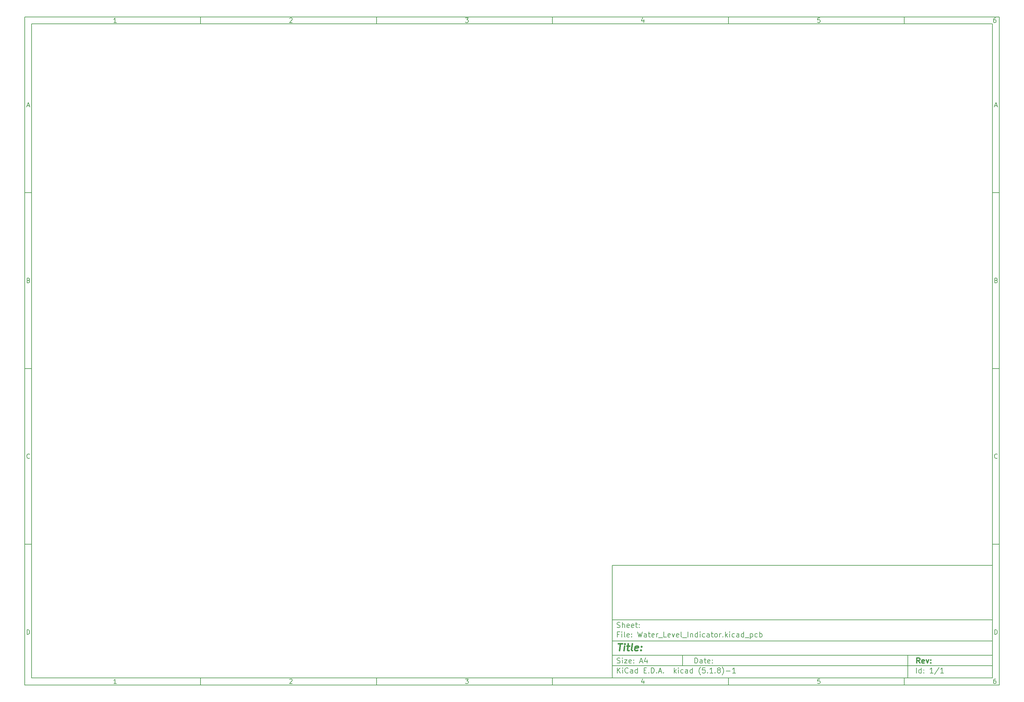
<source format=gtp>
%TF.GenerationSoftware,KiCad,Pcbnew,(5.1.8)-1*%
%TF.CreationDate,2021-07-18T21:15:28-07:00*%
%TF.ProjectId,Water_Level_Indicator,57617465-725f-44c6-9576-656c5f496e64,rev?*%
%TF.SameCoordinates,Original*%
%TF.FileFunction,Paste,Top*%
%TF.FilePolarity,Positive*%
%FSLAX46Y46*%
G04 Gerber Fmt 4.6, Leading zero omitted, Abs format (unit mm)*
G04 Created by KiCad (PCBNEW (5.1.8)-1) date 2021-07-18 21:15:28*
%MOMM*%
%LPD*%
G01*
G04 APERTURE LIST*
%ADD10C,0.100000*%
%ADD11C,0.150000*%
%ADD12C,0.300000*%
%ADD13C,0.400000*%
G04 APERTURE END LIST*
D10*
D11*
X177002200Y-166007200D02*
X177002200Y-198007200D01*
X285002200Y-198007200D01*
X285002200Y-166007200D01*
X177002200Y-166007200D01*
D10*
D11*
X10000000Y-10000000D02*
X10000000Y-200007200D01*
X287002200Y-200007200D01*
X287002200Y-10000000D01*
X10000000Y-10000000D01*
D10*
D11*
X12000000Y-12000000D02*
X12000000Y-198007200D01*
X285002200Y-198007200D01*
X285002200Y-12000000D01*
X12000000Y-12000000D01*
D10*
D11*
X60000000Y-12000000D02*
X60000000Y-10000000D01*
D10*
D11*
X110000000Y-12000000D02*
X110000000Y-10000000D01*
D10*
D11*
X160000000Y-12000000D02*
X160000000Y-10000000D01*
D10*
D11*
X210000000Y-12000000D02*
X210000000Y-10000000D01*
D10*
D11*
X260000000Y-12000000D02*
X260000000Y-10000000D01*
D10*
D11*
X36065476Y-11588095D02*
X35322619Y-11588095D01*
X35694047Y-11588095D02*
X35694047Y-10288095D01*
X35570238Y-10473809D01*
X35446428Y-10597619D01*
X35322619Y-10659523D01*
D10*
D11*
X85322619Y-10411904D02*
X85384523Y-10350000D01*
X85508333Y-10288095D01*
X85817857Y-10288095D01*
X85941666Y-10350000D01*
X86003571Y-10411904D01*
X86065476Y-10535714D01*
X86065476Y-10659523D01*
X86003571Y-10845238D01*
X85260714Y-11588095D01*
X86065476Y-11588095D01*
D10*
D11*
X135260714Y-10288095D02*
X136065476Y-10288095D01*
X135632142Y-10783333D01*
X135817857Y-10783333D01*
X135941666Y-10845238D01*
X136003571Y-10907142D01*
X136065476Y-11030952D01*
X136065476Y-11340476D01*
X136003571Y-11464285D01*
X135941666Y-11526190D01*
X135817857Y-11588095D01*
X135446428Y-11588095D01*
X135322619Y-11526190D01*
X135260714Y-11464285D01*
D10*
D11*
X185941666Y-10721428D02*
X185941666Y-11588095D01*
X185632142Y-10226190D02*
X185322619Y-11154761D01*
X186127380Y-11154761D01*
D10*
D11*
X236003571Y-10288095D02*
X235384523Y-10288095D01*
X235322619Y-10907142D01*
X235384523Y-10845238D01*
X235508333Y-10783333D01*
X235817857Y-10783333D01*
X235941666Y-10845238D01*
X236003571Y-10907142D01*
X236065476Y-11030952D01*
X236065476Y-11340476D01*
X236003571Y-11464285D01*
X235941666Y-11526190D01*
X235817857Y-11588095D01*
X235508333Y-11588095D01*
X235384523Y-11526190D01*
X235322619Y-11464285D01*
D10*
D11*
X285941666Y-10288095D02*
X285694047Y-10288095D01*
X285570238Y-10350000D01*
X285508333Y-10411904D01*
X285384523Y-10597619D01*
X285322619Y-10845238D01*
X285322619Y-11340476D01*
X285384523Y-11464285D01*
X285446428Y-11526190D01*
X285570238Y-11588095D01*
X285817857Y-11588095D01*
X285941666Y-11526190D01*
X286003571Y-11464285D01*
X286065476Y-11340476D01*
X286065476Y-11030952D01*
X286003571Y-10907142D01*
X285941666Y-10845238D01*
X285817857Y-10783333D01*
X285570238Y-10783333D01*
X285446428Y-10845238D01*
X285384523Y-10907142D01*
X285322619Y-11030952D01*
D10*
D11*
X60000000Y-198007200D02*
X60000000Y-200007200D01*
D10*
D11*
X110000000Y-198007200D02*
X110000000Y-200007200D01*
D10*
D11*
X160000000Y-198007200D02*
X160000000Y-200007200D01*
D10*
D11*
X210000000Y-198007200D02*
X210000000Y-200007200D01*
D10*
D11*
X260000000Y-198007200D02*
X260000000Y-200007200D01*
D10*
D11*
X36065476Y-199595295D02*
X35322619Y-199595295D01*
X35694047Y-199595295D02*
X35694047Y-198295295D01*
X35570238Y-198481009D01*
X35446428Y-198604819D01*
X35322619Y-198666723D01*
D10*
D11*
X85322619Y-198419104D02*
X85384523Y-198357200D01*
X85508333Y-198295295D01*
X85817857Y-198295295D01*
X85941666Y-198357200D01*
X86003571Y-198419104D01*
X86065476Y-198542914D01*
X86065476Y-198666723D01*
X86003571Y-198852438D01*
X85260714Y-199595295D01*
X86065476Y-199595295D01*
D10*
D11*
X135260714Y-198295295D02*
X136065476Y-198295295D01*
X135632142Y-198790533D01*
X135817857Y-198790533D01*
X135941666Y-198852438D01*
X136003571Y-198914342D01*
X136065476Y-199038152D01*
X136065476Y-199347676D01*
X136003571Y-199471485D01*
X135941666Y-199533390D01*
X135817857Y-199595295D01*
X135446428Y-199595295D01*
X135322619Y-199533390D01*
X135260714Y-199471485D01*
D10*
D11*
X185941666Y-198728628D02*
X185941666Y-199595295D01*
X185632142Y-198233390D02*
X185322619Y-199161961D01*
X186127380Y-199161961D01*
D10*
D11*
X236003571Y-198295295D02*
X235384523Y-198295295D01*
X235322619Y-198914342D01*
X235384523Y-198852438D01*
X235508333Y-198790533D01*
X235817857Y-198790533D01*
X235941666Y-198852438D01*
X236003571Y-198914342D01*
X236065476Y-199038152D01*
X236065476Y-199347676D01*
X236003571Y-199471485D01*
X235941666Y-199533390D01*
X235817857Y-199595295D01*
X235508333Y-199595295D01*
X235384523Y-199533390D01*
X235322619Y-199471485D01*
D10*
D11*
X285941666Y-198295295D02*
X285694047Y-198295295D01*
X285570238Y-198357200D01*
X285508333Y-198419104D01*
X285384523Y-198604819D01*
X285322619Y-198852438D01*
X285322619Y-199347676D01*
X285384523Y-199471485D01*
X285446428Y-199533390D01*
X285570238Y-199595295D01*
X285817857Y-199595295D01*
X285941666Y-199533390D01*
X286003571Y-199471485D01*
X286065476Y-199347676D01*
X286065476Y-199038152D01*
X286003571Y-198914342D01*
X285941666Y-198852438D01*
X285817857Y-198790533D01*
X285570238Y-198790533D01*
X285446428Y-198852438D01*
X285384523Y-198914342D01*
X285322619Y-199038152D01*
D10*
D11*
X10000000Y-60000000D02*
X12000000Y-60000000D01*
D10*
D11*
X10000000Y-110000000D02*
X12000000Y-110000000D01*
D10*
D11*
X10000000Y-160000000D02*
X12000000Y-160000000D01*
D10*
D11*
X10690476Y-35216666D02*
X11309523Y-35216666D01*
X10566666Y-35588095D02*
X11000000Y-34288095D01*
X11433333Y-35588095D01*
D10*
D11*
X11092857Y-84907142D02*
X11278571Y-84969047D01*
X11340476Y-85030952D01*
X11402380Y-85154761D01*
X11402380Y-85340476D01*
X11340476Y-85464285D01*
X11278571Y-85526190D01*
X11154761Y-85588095D01*
X10659523Y-85588095D01*
X10659523Y-84288095D01*
X11092857Y-84288095D01*
X11216666Y-84350000D01*
X11278571Y-84411904D01*
X11340476Y-84535714D01*
X11340476Y-84659523D01*
X11278571Y-84783333D01*
X11216666Y-84845238D01*
X11092857Y-84907142D01*
X10659523Y-84907142D01*
D10*
D11*
X11402380Y-135464285D02*
X11340476Y-135526190D01*
X11154761Y-135588095D01*
X11030952Y-135588095D01*
X10845238Y-135526190D01*
X10721428Y-135402380D01*
X10659523Y-135278571D01*
X10597619Y-135030952D01*
X10597619Y-134845238D01*
X10659523Y-134597619D01*
X10721428Y-134473809D01*
X10845238Y-134350000D01*
X11030952Y-134288095D01*
X11154761Y-134288095D01*
X11340476Y-134350000D01*
X11402380Y-134411904D01*
D10*
D11*
X10659523Y-185588095D02*
X10659523Y-184288095D01*
X10969047Y-184288095D01*
X11154761Y-184350000D01*
X11278571Y-184473809D01*
X11340476Y-184597619D01*
X11402380Y-184845238D01*
X11402380Y-185030952D01*
X11340476Y-185278571D01*
X11278571Y-185402380D01*
X11154761Y-185526190D01*
X10969047Y-185588095D01*
X10659523Y-185588095D01*
D10*
D11*
X287002200Y-60000000D02*
X285002200Y-60000000D01*
D10*
D11*
X287002200Y-110000000D02*
X285002200Y-110000000D01*
D10*
D11*
X287002200Y-160000000D02*
X285002200Y-160000000D01*
D10*
D11*
X285692676Y-35216666D02*
X286311723Y-35216666D01*
X285568866Y-35588095D02*
X286002200Y-34288095D01*
X286435533Y-35588095D01*
D10*
D11*
X286095057Y-84907142D02*
X286280771Y-84969047D01*
X286342676Y-85030952D01*
X286404580Y-85154761D01*
X286404580Y-85340476D01*
X286342676Y-85464285D01*
X286280771Y-85526190D01*
X286156961Y-85588095D01*
X285661723Y-85588095D01*
X285661723Y-84288095D01*
X286095057Y-84288095D01*
X286218866Y-84350000D01*
X286280771Y-84411904D01*
X286342676Y-84535714D01*
X286342676Y-84659523D01*
X286280771Y-84783333D01*
X286218866Y-84845238D01*
X286095057Y-84907142D01*
X285661723Y-84907142D01*
D10*
D11*
X286404580Y-135464285D02*
X286342676Y-135526190D01*
X286156961Y-135588095D01*
X286033152Y-135588095D01*
X285847438Y-135526190D01*
X285723628Y-135402380D01*
X285661723Y-135278571D01*
X285599819Y-135030952D01*
X285599819Y-134845238D01*
X285661723Y-134597619D01*
X285723628Y-134473809D01*
X285847438Y-134350000D01*
X286033152Y-134288095D01*
X286156961Y-134288095D01*
X286342676Y-134350000D01*
X286404580Y-134411904D01*
D10*
D11*
X285661723Y-185588095D02*
X285661723Y-184288095D01*
X285971247Y-184288095D01*
X286156961Y-184350000D01*
X286280771Y-184473809D01*
X286342676Y-184597619D01*
X286404580Y-184845238D01*
X286404580Y-185030952D01*
X286342676Y-185278571D01*
X286280771Y-185402380D01*
X286156961Y-185526190D01*
X285971247Y-185588095D01*
X285661723Y-185588095D01*
D10*
D11*
X200434342Y-193785771D02*
X200434342Y-192285771D01*
X200791485Y-192285771D01*
X201005771Y-192357200D01*
X201148628Y-192500057D01*
X201220057Y-192642914D01*
X201291485Y-192928628D01*
X201291485Y-193142914D01*
X201220057Y-193428628D01*
X201148628Y-193571485D01*
X201005771Y-193714342D01*
X200791485Y-193785771D01*
X200434342Y-193785771D01*
X202577200Y-193785771D02*
X202577200Y-193000057D01*
X202505771Y-192857200D01*
X202362914Y-192785771D01*
X202077200Y-192785771D01*
X201934342Y-192857200D01*
X202577200Y-193714342D02*
X202434342Y-193785771D01*
X202077200Y-193785771D01*
X201934342Y-193714342D01*
X201862914Y-193571485D01*
X201862914Y-193428628D01*
X201934342Y-193285771D01*
X202077200Y-193214342D01*
X202434342Y-193214342D01*
X202577200Y-193142914D01*
X203077200Y-192785771D02*
X203648628Y-192785771D01*
X203291485Y-192285771D02*
X203291485Y-193571485D01*
X203362914Y-193714342D01*
X203505771Y-193785771D01*
X203648628Y-193785771D01*
X204720057Y-193714342D02*
X204577200Y-193785771D01*
X204291485Y-193785771D01*
X204148628Y-193714342D01*
X204077200Y-193571485D01*
X204077200Y-193000057D01*
X204148628Y-192857200D01*
X204291485Y-192785771D01*
X204577200Y-192785771D01*
X204720057Y-192857200D01*
X204791485Y-193000057D01*
X204791485Y-193142914D01*
X204077200Y-193285771D01*
X205434342Y-193642914D02*
X205505771Y-193714342D01*
X205434342Y-193785771D01*
X205362914Y-193714342D01*
X205434342Y-193642914D01*
X205434342Y-193785771D01*
X205434342Y-192857200D02*
X205505771Y-192928628D01*
X205434342Y-193000057D01*
X205362914Y-192928628D01*
X205434342Y-192857200D01*
X205434342Y-193000057D01*
D10*
D11*
X177002200Y-194507200D02*
X285002200Y-194507200D01*
D10*
D11*
X178434342Y-196585771D02*
X178434342Y-195085771D01*
X179291485Y-196585771D02*
X178648628Y-195728628D01*
X179291485Y-195085771D02*
X178434342Y-195942914D01*
X179934342Y-196585771D02*
X179934342Y-195585771D01*
X179934342Y-195085771D02*
X179862914Y-195157200D01*
X179934342Y-195228628D01*
X180005771Y-195157200D01*
X179934342Y-195085771D01*
X179934342Y-195228628D01*
X181505771Y-196442914D02*
X181434342Y-196514342D01*
X181220057Y-196585771D01*
X181077200Y-196585771D01*
X180862914Y-196514342D01*
X180720057Y-196371485D01*
X180648628Y-196228628D01*
X180577200Y-195942914D01*
X180577200Y-195728628D01*
X180648628Y-195442914D01*
X180720057Y-195300057D01*
X180862914Y-195157200D01*
X181077200Y-195085771D01*
X181220057Y-195085771D01*
X181434342Y-195157200D01*
X181505771Y-195228628D01*
X182791485Y-196585771D02*
X182791485Y-195800057D01*
X182720057Y-195657200D01*
X182577200Y-195585771D01*
X182291485Y-195585771D01*
X182148628Y-195657200D01*
X182791485Y-196514342D02*
X182648628Y-196585771D01*
X182291485Y-196585771D01*
X182148628Y-196514342D01*
X182077200Y-196371485D01*
X182077200Y-196228628D01*
X182148628Y-196085771D01*
X182291485Y-196014342D01*
X182648628Y-196014342D01*
X182791485Y-195942914D01*
X184148628Y-196585771D02*
X184148628Y-195085771D01*
X184148628Y-196514342D02*
X184005771Y-196585771D01*
X183720057Y-196585771D01*
X183577200Y-196514342D01*
X183505771Y-196442914D01*
X183434342Y-196300057D01*
X183434342Y-195871485D01*
X183505771Y-195728628D01*
X183577200Y-195657200D01*
X183720057Y-195585771D01*
X184005771Y-195585771D01*
X184148628Y-195657200D01*
X186005771Y-195800057D02*
X186505771Y-195800057D01*
X186720057Y-196585771D02*
X186005771Y-196585771D01*
X186005771Y-195085771D01*
X186720057Y-195085771D01*
X187362914Y-196442914D02*
X187434342Y-196514342D01*
X187362914Y-196585771D01*
X187291485Y-196514342D01*
X187362914Y-196442914D01*
X187362914Y-196585771D01*
X188077200Y-196585771D02*
X188077200Y-195085771D01*
X188434342Y-195085771D01*
X188648628Y-195157200D01*
X188791485Y-195300057D01*
X188862914Y-195442914D01*
X188934342Y-195728628D01*
X188934342Y-195942914D01*
X188862914Y-196228628D01*
X188791485Y-196371485D01*
X188648628Y-196514342D01*
X188434342Y-196585771D01*
X188077200Y-196585771D01*
X189577200Y-196442914D02*
X189648628Y-196514342D01*
X189577200Y-196585771D01*
X189505771Y-196514342D01*
X189577200Y-196442914D01*
X189577200Y-196585771D01*
X190220057Y-196157200D02*
X190934342Y-196157200D01*
X190077200Y-196585771D02*
X190577200Y-195085771D01*
X191077200Y-196585771D01*
X191577200Y-196442914D02*
X191648628Y-196514342D01*
X191577200Y-196585771D01*
X191505771Y-196514342D01*
X191577200Y-196442914D01*
X191577200Y-196585771D01*
X194577200Y-196585771D02*
X194577200Y-195085771D01*
X194720057Y-196014342D02*
X195148628Y-196585771D01*
X195148628Y-195585771D02*
X194577200Y-196157200D01*
X195791485Y-196585771D02*
X195791485Y-195585771D01*
X195791485Y-195085771D02*
X195720057Y-195157200D01*
X195791485Y-195228628D01*
X195862914Y-195157200D01*
X195791485Y-195085771D01*
X195791485Y-195228628D01*
X197148628Y-196514342D02*
X197005771Y-196585771D01*
X196720057Y-196585771D01*
X196577200Y-196514342D01*
X196505771Y-196442914D01*
X196434342Y-196300057D01*
X196434342Y-195871485D01*
X196505771Y-195728628D01*
X196577200Y-195657200D01*
X196720057Y-195585771D01*
X197005771Y-195585771D01*
X197148628Y-195657200D01*
X198434342Y-196585771D02*
X198434342Y-195800057D01*
X198362914Y-195657200D01*
X198220057Y-195585771D01*
X197934342Y-195585771D01*
X197791485Y-195657200D01*
X198434342Y-196514342D02*
X198291485Y-196585771D01*
X197934342Y-196585771D01*
X197791485Y-196514342D01*
X197720057Y-196371485D01*
X197720057Y-196228628D01*
X197791485Y-196085771D01*
X197934342Y-196014342D01*
X198291485Y-196014342D01*
X198434342Y-195942914D01*
X199791485Y-196585771D02*
X199791485Y-195085771D01*
X199791485Y-196514342D02*
X199648628Y-196585771D01*
X199362914Y-196585771D01*
X199220057Y-196514342D01*
X199148628Y-196442914D01*
X199077200Y-196300057D01*
X199077200Y-195871485D01*
X199148628Y-195728628D01*
X199220057Y-195657200D01*
X199362914Y-195585771D01*
X199648628Y-195585771D01*
X199791485Y-195657200D01*
X202077200Y-197157200D02*
X202005771Y-197085771D01*
X201862914Y-196871485D01*
X201791485Y-196728628D01*
X201720057Y-196514342D01*
X201648628Y-196157200D01*
X201648628Y-195871485D01*
X201720057Y-195514342D01*
X201791485Y-195300057D01*
X201862914Y-195157200D01*
X202005771Y-194942914D01*
X202077200Y-194871485D01*
X203362914Y-195085771D02*
X202648628Y-195085771D01*
X202577200Y-195800057D01*
X202648628Y-195728628D01*
X202791485Y-195657200D01*
X203148628Y-195657200D01*
X203291485Y-195728628D01*
X203362914Y-195800057D01*
X203434342Y-195942914D01*
X203434342Y-196300057D01*
X203362914Y-196442914D01*
X203291485Y-196514342D01*
X203148628Y-196585771D01*
X202791485Y-196585771D01*
X202648628Y-196514342D01*
X202577200Y-196442914D01*
X204077200Y-196442914D02*
X204148628Y-196514342D01*
X204077200Y-196585771D01*
X204005771Y-196514342D01*
X204077200Y-196442914D01*
X204077200Y-196585771D01*
X205577200Y-196585771D02*
X204720057Y-196585771D01*
X205148628Y-196585771D02*
X205148628Y-195085771D01*
X205005771Y-195300057D01*
X204862914Y-195442914D01*
X204720057Y-195514342D01*
X206220057Y-196442914D02*
X206291485Y-196514342D01*
X206220057Y-196585771D01*
X206148628Y-196514342D01*
X206220057Y-196442914D01*
X206220057Y-196585771D01*
X207148628Y-195728628D02*
X207005771Y-195657200D01*
X206934342Y-195585771D01*
X206862914Y-195442914D01*
X206862914Y-195371485D01*
X206934342Y-195228628D01*
X207005771Y-195157200D01*
X207148628Y-195085771D01*
X207434342Y-195085771D01*
X207577200Y-195157200D01*
X207648628Y-195228628D01*
X207720057Y-195371485D01*
X207720057Y-195442914D01*
X207648628Y-195585771D01*
X207577200Y-195657200D01*
X207434342Y-195728628D01*
X207148628Y-195728628D01*
X207005771Y-195800057D01*
X206934342Y-195871485D01*
X206862914Y-196014342D01*
X206862914Y-196300057D01*
X206934342Y-196442914D01*
X207005771Y-196514342D01*
X207148628Y-196585771D01*
X207434342Y-196585771D01*
X207577200Y-196514342D01*
X207648628Y-196442914D01*
X207720057Y-196300057D01*
X207720057Y-196014342D01*
X207648628Y-195871485D01*
X207577200Y-195800057D01*
X207434342Y-195728628D01*
X208220057Y-197157200D02*
X208291485Y-197085771D01*
X208434342Y-196871485D01*
X208505771Y-196728628D01*
X208577200Y-196514342D01*
X208648628Y-196157200D01*
X208648628Y-195871485D01*
X208577200Y-195514342D01*
X208505771Y-195300057D01*
X208434342Y-195157200D01*
X208291485Y-194942914D01*
X208220057Y-194871485D01*
X209362914Y-196014342D02*
X210505771Y-196014342D01*
X212005771Y-196585771D02*
X211148628Y-196585771D01*
X211577200Y-196585771D02*
X211577200Y-195085771D01*
X211434342Y-195300057D01*
X211291485Y-195442914D01*
X211148628Y-195514342D01*
D10*
D11*
X177002200Y-191507200D02*
X285002200Y-191507200D01*
D10*
D12*
X264411485Y-193785771D02*
X263911485Y-193071485D01*
X263554342Y-193785771D02*
X263554342Y-192285771D01*
X264125771Y-192285771D01*
X264268628Y-192357200D01*
X264340057Y-192428628D01*
X264411485Y-192571485D01*
X264411485Y-192785771D01*
X264340057Y-192928628D01*
X264268628Y-193000057D01*
X264125771Y-193071485D01*
X263554342Y-193071485D01*
X265625771Y-193714342D02*
X265482914Y-193785771D01*
X265197200Y-193785771D01*
X265054342Y-193714342D01*
X264982914Y-193571485D01*
X264982914Y-193000057D01*
X265054342Y-192857200D01*
X265197200Y-192785771D01*
X265482914Y-192785771D01*
X265625771Y-192857200D01*
X265697200Y-193000057D01*
X265697200Y-193142914D01*
X264982914Y-193285771D01*
X266197200Y-192785771D02*
X266554342Y-193785771D01*
X266911485Y-192785771D01*
X267482914Y-193642914D02*
X267554342Y-193714342D01*
X267482914Y-193785771D01*
X267411485Y-193714342D01*
X267482914Y-193642914D01*
X267482914Y-193785771D01*
X267482914Y-192857200D02*
X267554342Y-192928628D01*
X267482914Y-193000057D01*
X267411485Y-192928628D01*
X267482914Y-192857200D01*
X267482914Y-193000057D01*
D10*
D11*
X178362914Y-193714342D02*
X178577200Y-193785771D01*
X178934342Y-193785771D01*
X179077200Y-193714342D01*
X179148628Y-193642914D01*
X179220057Y-193500057D01*
X179220057Y-193357200D01*
X179148628Y-193214342D01*
X179077200Y-193142914D01*
X178934342Y-193071485D01*
X178648628Y-193000057D01*
X178505771Y-192928628D01*
X178434342Y-192857200D01*
X178362914Y-192714342D01*
X178362914Y-192571485D01*
X178434342Y-192428628D01*
X178505771Y-192357200D01*
X178648628Y-192285771D01*
X179005771Y-192285771D01*
X179220057Y-192357200D01*
X179862914Y-193785771D02*
X179862914Y-192785771D01*
X179862914Y-192285771D02*
X179791485Y-192357200D01*
X179862914Y-192428628D01*
X179934342Y-192357200D01*
X179862914Y-192285771D01*
X179862914Y-192428628D01*
X180434342Y-192785771D02*
X181220057Y-192785771D01*
X180434342Y-193785771D01*
X181220057Y-193785771D01*
X182362914Y-193714342D02*
X182220057Y-193785771D01*
X181934342Y-193785771D01*
X181791485Y-193714342D01*
X181720057Y-193571485D01*
X181720057Y-193000057D01*
X181791485Y-192857200D01*
X181934342Y-192785771D01*
X182220057Y-192785771D01*
X182362914Y-192857200D01*
X182434342Y-193000057D01*
X182434342Y-193142914D01*
X181720057Y-193285771D01*
X183077200Y-193642914D02*
X183148628Y-193714342D01*
X183077200Y-193785771D01*
X183005771Y-193714342D01*
X183077200Y-193642914D01*
X183077200Y-193785771D01*
X183077200Y-192857200D02*
X183148628Y-192928628D01*
X183077200Y-193000057D01*
X183005771Y-192928628D01*
X183077200Y-192857200D01*
X183077200Y-193000057D01*
X184862914Y-193357200D02*
X185577200Y-193357200D01*
X184720057Y-193785771D02*
X185220057Y-192285771D01*
X185720057Y-193785771D01*
X186862914Y-192785771D02*
X186862914Y-193785771D01*
X186505771Y-192214342D02*
X186148628Y-193285771D01*
X187077200Y-193285771D01*
D10*
D11*
X263434342Y-196585771D02*
X263434342Y-195085771D01*
X264791485Y-196585771D02*
X264791485Y-195085771D01*
X264791485Y-196514342D02*
X264648628Y-196585771D01*
X264362914Y-196585771D01*
X264220057Y-196514342D01*
X264148628Y-196442914D01*
X264077200Y-196300057D01*
X264077200Y-195871485D01*
X264148628Y-195728628D01*
X264220057Y-195657200D01*
X264362914Y-195585771D01*
X264648628Y-195585771D01*
X264791485Y-195657200D01*
X265505771Y-196442914D02*
X265577200Y-196514342D01*
X265505771Y-196585771D01*
X265434342Y-196514342D01*
X265505771Y-196442914D01*
X265505771Y-196585771D01*
X265505771Y-195657200D02*
X265577200Y-195728628D01*
X265505771Y-195800057D01*
X265434342Y-195728628D01*
X265505771Y-195657200D01*
X265505771Y-195800057D01*
X268148628Y-196585771D02*
X267291485Y-196585771D01*
X267720057Y-196585771D02*
X267720057Y-195085771D01*
X267577200Y-195300057D01*
X267434342Y-195442914D01*
X267291485Y-195514342D01*
X269862914Y-195014342D02*
X268577200Y-196942914D01*
X271148628Y-196585771D02*
X270291485Y-196585771D01*
X270720057Y-196585771D02*
X270720057Y-195085771D01*
X270577200Y-195300057D01*
X270434342Y-195442914D01*
X270291485Y-195514342D01*
D10*
D11*
X177002200Y-187507200D02*
X285002200Y-187507200D01*
D10*
D13*
X178714580Y-188211961D02*
X179857438Y-188211961D01*
X179036009Y-190211961D02*
X179286009Y-188211961D01*
X180274104Y-190211961D02*
X180440771Y-188878628D01*
X180524104Y-188211961D02*
X180416961Y-188307200D01*
X180500295Y-188402438D01*
X180607438Y-188307200D01*
X180524104Y-188211961D01*
X180500295Y-188402438D01*
X181107438Y-188878628D02*
X181869342Y-188878628D01*
X181476485Y-188211961D02*
X181262200Y-189926247D01*
X181333628Y-190116723D01*
X181512200Y-190211961D01*
X181702676Y-190211961D01*
X182655057Y-190211961D02*
X182476485Y-190116723D01*
X182405057Y-189926247D01*
X182619342Y-188211961D01*
X184190771Y-190116723D02*
X183988390Y-190211961D01*
X183607438Y-190211961D01*
X183428866Y-190116723D01*
X183357438Y-189926247D01*
X183452676Y-189164342D01*
X183571723Y-188973866D01*
X183774104Y-188878628D01*
X184155057Y-188878628D01*
X184333628Y-188973866D01*
X184405057Y-189164342D01*
X184381247Y-189354819D01*
X183405057Y-189545295D01*
X185155057Y-190021485D02*
X185238390Y-190116723D01*
X185131247Y-190211961D01*
X185047914Y-190116723D01*
X185155057Y-190021485D01*
X185131247Y-190211961D01*
X185286009Y-188973866D02*
X185369342Y-189069104D01*
X185262200Y-189164342D01*
X185178866Y-189069104D01*
X185286009Y-188973866D01*
X185262200Y-189164342D01*
D10*
D11*
X178934342Y-185600057D02*
X178434342Y-185600057D01*
X178434342Y-186385771D02*
X178434342Y-184885771D01*
X179148628Y-184885771D01*
X179720057Y-186385771D02*
X179720057Y-185385771D01*
X179720057Y-184885771D02*
X179648628Y-184957200D01*
X179720057Y-185028628D01*
X179791485Y-184957200D01*
X179720057Y-184885771D01*
X179720057Y-185028628D01*
X180648628Y-186385771D02*
X180505771Y-186314342D01*
X180434342Y-186171485D01*
X180434342Y-184885771D01*
X181791485Y-186314342D02*
X181648628Y-186385771D01*
X181362914Y-186385771D01*
X181220057Y-186314342D01*
X181148628Y-186171485D01*
X181148628Y-185600057D01*
X181220057Y-185457200D01*
X181362914Y-185385771D01*
X181648628Y-185385771D01*
X181791485Y-185457200D01*
X181862914Y-185600057D01*
X181862914Y-185742914D01*
X181148628Y-185885771D01*
X182505771Y-186242914D02*
X182577200Y-186314342D01*
X182505771Y-186385771D01*
X182434342Y-186314342D01*
X182505771Y-186242914D01*
X182505771Y-186385771D01*
X182505771Y-185457200D02*
X182577200Y-185528628D01*
X182505771Y-185600057D01*
X182434342Y-185528628D01*
X182505771Y-185457200D01*
X182505771Y-185600057D01*
X184220057Y-184885771D02*
X184577200Y-186385771D01*
X184862914Y-185314342D01*
X185148628Y-186385771D01*
X185505771Y-184885771D01*
X186720057Y-186385771D02*
X186720057Y-185600057D01*
X186648628Y-185457200D01*
X186505771Y-185385771D01*
X186220057Y-185385771D01*
X186077200Y-185457200D01*
X186720057Y-186314342D02*
X186577200Y-186385771D01*
X186220057Y-186385771D01*
X186077200Y-186314342D01*
X186005771Y-186171485D01*
X186005771Y-186028628D01*
X186077200Y-185885771D01*
X186220057Y-185814342D01*
X186577200Y-185814342D01*
X186720057Y-185742914D01*
X187220057Y-185385771D02*
X187791485Y-185385771D01*
X187434342Y-184885771D02*
X187434342Y-186171485D01*
X187505771Y-186314342D01*
X187648628Y-186385771D01*
X187791485Y-186385771D01*
X188862914Y-186314342D02*
X188720057Y-186385771D01*
X188434342Y-186385771D01*
X188291485Y-186314342D01*
X188220057Y-186171485D01*
X188220057Y-185600057D01*
X188291485Y-185457200D01*
X188434342Y-185385771D01*
X188720057Y-185385771D01*
X188862914Y-185457200D01*
X188934342Y-185600057D01*
X188934342Y-185742914D01*
X188220057Y-185885771D01*
X189577200Y-186385771D02*
X189577200Y-185385771D01*
X189577200Y-185671485D02*
X189648628Y-185528628D01*
X189720057Y-185457200D01*
X189862914Y-185385771D01*
X190005771Y-185385771D01*
X190148628Y-186528628D02*
X191291485Y-186528628D01*
X192362914Y-186385771D02*
X191648628Y-186385771D01*
X191648628Y-184885771D01*
X193434342Y-186314342D02*
X193291485Y-186385771D01*
X193005771Y-186385771D01*
X192862914Y-186314342D01*
X192791485Y-186171485D01*
X192791485Y-185600057D01*
X192862914Y-185457200D01*
X193005771Y-185385771D01*
X193291485Y-185385771D01*
X193434342Y-185457200D01*
X193505771Y-185600057D01*
X193505771Y-185742914D01*
X192791485Y-185885771D01*
X194005771Y-185385771D02*
X194362914Y-186385771D01*
X194720057Y-185385771D01*
X195862914Y-186314342D02*
X195720057Y-186385771D01*
X195434342Y-186385771D01*
X195291485Y-186314342D01*
X195220057Y-186171485D01*
X195220057Y-185600057D01*
X195291485Y-185457200D01*
X195434342Y-185385771D01*
X195720057Y-185385771D01*
X195862914Y-185457200D01*
X195934342Y-185600057D01*
X195934342Y-185742914D01*
X195220057Y-185885771D01*
X196791485Y-186385771D02*
X196648628Y-186314342D01*
X196577200Y-186171485D01*
X196577200Y-184885771D01*
X197005771Y-186528628D02*
X198148628Y-186528628D01*
X198505771Y-186385771D02*
X198505771Y-184885771D01*
X199220057Y-185385771D02*
X199220057Y-186385771D01*
X199220057Y-185528628D02*
X199291485Y-185457200D01*
X199434342Y-185385771D01*
X199648628Y-185385771D01*
X199791485Y-185457200D01*
X199862914Y-185600057D01*
X199862914Y-186385771D01*
X201220057Y-186385771D02*
X201220057Y-184885771D01*
X201220057Y-186314342D02*
X201077200Y-186385771D01*
X200791485Y-186385771D01*
X200648628Y-186314342D01*
X200577200Y-186242914D01*
X200505771Y-186100057D01*
X200505771Y-185671485D01*
X200577200Y-185528628D01*
X200648628Y-185457200D01*
X200791485Y-185385771D01*
X201077200Y-185385771D01*
X201220057Y-185457200D01*
X201934342Y-186385771D02*
X201934342Y-185385771D01*
X201934342Y-184885771D02*
X201862914Y-184957200D01*
X201934342Y-185028628D01*
X202005771Y-184957200D01*
X201934342Y-184885771D01*
X201934342Y-185028628D01*
X203291485Y-186314342D02*
X203148628Y-186385771D01*
X202862914Y-186385771D01*
X202720057Y-186314342D01*
X202648628Y-186242914D01*
X202577200Y-186100057D01*
X202577200Y-185671485D01*
X202648628Y-185528628D01*
X202720057Y-185457200D01*
X202862914Y-185385771D01*
X203148628Y-185385771D01*
X203291485Y-185457200D01*
X204577200Y-186385771D02*
X204577200Y-185600057D01*
X204505771Y-185457200D01*
X204362914Y-185385771D01*
X204077200Y-185385771D01*
X203934342Y-185457200D01*
X204577200Y-186314342D02*
X204434342Y-186385771D01*
X204077200Y-186385771D01*
X203934342Y-186314342D01*
X203862914Y-186171485D01*
X203862914Y-186028628D01*
X203934342Y-185885771D01*
X204077200Y-185814342D01*
X204434342Y-185814342D01*
X204577200Y-185742914D01*
X205077200Y-185385771D02*
X205648628Y-185385771D01*
X205291485Y-184885771D02*
X205291485Y-186171485D01*
X205362914Y-186314342D01*
X205505771Y-186385771D01*
X205648628Y-186385771D01*
X206362914Y-186385771D02*
X206220057Y-186314342D01*
X206148628Y-186242914D01*
X206077200Y-186100057D01*
X206077200Y-185671485D01*
X206148628Y-185528628D01*
X206220057Y-185457200D01*
X206362914Y-185385771D01*
X206577200Y-185385771D01*
X206720057Y-185457200D01*
X206791485Y-185528628D01*
X206862914Y-185671485D01*
X206862914Y-186100057D01*
X206791485Y-186242914D01*
X206720057Y-186314342D01*
X206577200Y-186385771D01*
X206362914Y-186385771D01*
X207505771Y-186385771D02*
X207505771Y-185385771D01*
X207505771Y-185671485D02*
X207577200Y-185528628D01*
X207648628Y-185457200D01*
X207791485Y-185385771D01*
X207934342Y-185385771D01*
X208434342Y-186242914D02*
X208505771Y-186314342D01*
X208434342Y-186385771D01*
X208362914Y-186314342D01*
X208434342Y-186242914D01*
X208434342Y-186385771D01*
X209148628Y-186385771D02*
X209148628Y-184885771D01*
X209291485Y-185814342D02*
X209720057Y-186385771D01*
X209720057Y-185385771D02*
X209148628Y-185957200D01*
X210362914Y-186385771D02*
X210362914Y-185385771D01*
X210362914Y-184885771D02*
X210291485Y-184957200D01*
X210362914Y-185028628D01*
X210434342Y-184957200D01*
X210362914Y-184885771D01*
X210362914Y-185028628D01*
X211720057Y-186314342D02*
X211577200Y-186385771D01*
X211291485Y-186385771D01*
X211148628Y-186314342D01*
X211077200Y-186242914D01*
X211005771Y-186100057D01*
X211005771Y-185671485D01*
X211077200Y-185528628D01*
X211148628Y-185457200D01*
X211291485Y-185385771D01*
X211577200Y-185385771D01*
X211720057Y-185457200D01*
X213005771Y-186385771D02*
X213005771Y-185600057D01*
X212934342Y-185457200D01*
X212791485Y-185385771D01*
X212505771Y-185385771D01*
X212362914Y-185457200D01*
X213005771Y-186314342D02*
X212862914Y-186385771D01*
X212505771Y-186385771D01*
X212362914Y-186314342D01*
X212291485Y-186171485D01*
X212291485Y-186028628D01*
X212362914Y-185885771D01*
X212505771Y-185814342D01*
X212862914Y-185814342D01*
X213005771Y-185742914D01*
X214362914Y-186385771D02*
X214362914Y-184885771D01*
X214362914Y-186314342D02*
X214220057Y-186385771D01*
X213934342Y-186385771D01*
X213791485Y-186314342D01*
X213720057Y-186242914D01*
X213648628Y-186100057D01*
X213648628Y-185671485D01*
X213720057Y-185528628D01*
X213791485Y-185457200D01*
X213934342Y-185385771D01*
X214220057Y-185385771D01*
X214362914Y-185457200D01*
X214720057Y-186528628D02*
X215862914Y-186528628D01*
X216220057Y-185385771D02*
X216220057Y-186885771D01*
X216220057Y-185457200D02*
X216362914Y-185385771D01*
X216648628Y-185385771D01*
X216791485Y-185457200D01*
X216862914Y-185528628D01*
X216934342Y-185671485D01*
X216934342Y-186100057D01*
X216862914Y-186242914D01*
X216791485Y-186314342D01*
X216648628Y-186385771D01*
X216362914Y-186385771D01*
X216220057Y-186314342D01*
X218220057Y-186314342D02*
X218077200Y-186385771D01*
X217791485Y-186385771D01*
X217648628Y-186314342D01*
X217577200Y-186242914D01*
X217505771Y-186100057D01*
X217505771Y-185671485D01*
X217577200Y-185528628D01*
X217648628Y-185457200D01*
X217791485Y-185385771D01*
X218077200Y-185385771D01*
X218220057Y-185457200D01*
X218862914Y-186385771D02*
X218862914Y-184885771D01*
X218862914Y-185457200D02*
X219005771Y-185385771D01*
X219291485Y-185385771D01*
X219434342Y-185457200D01*
X219505771Y-185528628D01*
X219577200Y-185671485D01*
X219577200Y-186100057D01*
X219505771Y-186242914D01*
X219434342Y-186314342D01*
X219291485Y-186385771D01*
X219005771Y-186385771D01*
X218862914Y-186314342D01*
D10*
D11*
X177002200Y-181507200D02*
X285002200Y-181507200D01*
D10*
D11*
X178362914Y-183614342D02*
X178577200Y-183685771D01*
X178934342Y-183685771D01*
X179077200Y-183614342D01*
X179148628Y-183542914D01*
X179220057Y-183400057D01*
X179220057Y-183257200D01*
X179148628Y-183114342D01*
X179077200Y-183042914D01*
X178934342Y-182971485D01*
X178648628Y-182900057D01*
X178505771Y-182828628D01*
X178434342Y-182757200D01*
X178362914Y-182614342D01*
X178362914Y-182471485D01*
X178434342Y-182328628D01*
X178505771Y-182257200D01*
X178648628Y-182185771D01*
X179005771Y-182185771D01*
X179220057Y-182257200D01*
X179862914Y-183685771D02*
X179862914Y-182185771D01*
X180505771Y-183685771D02*
X180505771Y-182900057D01*
X180434342Y-182757200D01*
X180291485Y-182685771D01*
X180077200Y-182685771D01*
X179934342Y-182757200D01*
X179862914Y-182828628D01*
X181791485Y-183614342D02*
X181648628Y-183685771D01*
X181362914Y-183685771D01*
X181220057Y-183614342D01*
X181148628Y-183471485D01*
X181148628Y-182900057D01*
X181220057Y-182757200D01*
X181362914Y-182685771D01*
X181648628Y-182685771D01*
X181791485Y-182757200D01*
X181862914Y-182900057D01*
X181862914Y-183042914D01*
X181148628Y-183185771D01*
X183077200Y-183614342D02*
X182934342Y-183685771D01*
X182648628Y-183685771D01*
X182505771Y-183614342D01*
X182434342Y-183471485D01*
X182434342Y-182900057D01*
X182505771Y-182757200D01*
X182648628Y-182685771D01*
X182934342Y-182685771D01*
X183077200Y-182757200D01*
X183148628Y-182900057D01*
X183148628Y-183042914D01*
X182434342Y-183185771D01*
X183577200Y-182685771D02*
X184148628Y-182685771D01*
X183791485Y-182185771D02*
X183791485Y-183471485D01*
X183862914Y-183614342D01*
X184005771Y-183685771D01*
X184148628Y-183685771D01*
X184648628Y-183542914D02*
X184720057Y-183614342D01*
X184648628Y-183685771D01*
X184577200Y-183614342D01*
X184648628Y-183542914D01*
X184648628Y-183685771D01*
X184648628Y-182757200D02*
X184720057Y-182828628D01*
X184648628Y-182900057D01*
X184577200Y-182828628D01*
X184648628Y-182757200D01*
X184648628Y-182900057D01*
D10*
D11*
X197002200Y-191507200D02*
X197002200Y-194507200D01*
D10*
D11*
X261002200Y-191507200D02*
X261002200Y-198007200D01*
M02*

</source>
